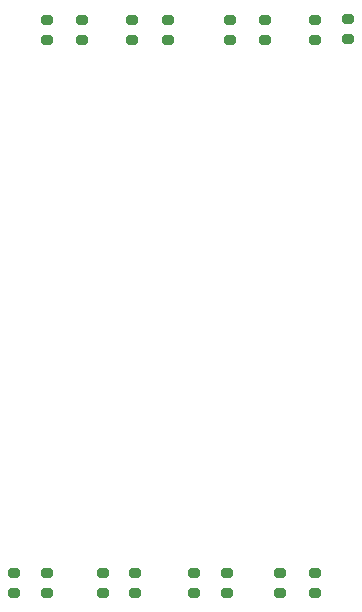
<source format=gbr>
%TF.GenerationSoftware,KiCad,Pcbnew,8.0.6*%
%TF.CreationDate,2024-11-18T08:59:04+03:30*%
%TF.ProjectId,DotMatrix,446f744d-6174-4726-9978-2e6b69636164,rev?*%
%TF.SameCoordinates,Original*%
%TF.FileFunction,Paste,Bot*%
%TF.FilePolarity,Positive*%
%FSLAX46Y46*%
G04 Gerber Fmt 4.6, Leading zero omitted, Abs format (unit mm)*
G04 Created by KiCad (PCBNEW 8.0.6) date 2024-11-18 08:59:04*
%MOMM*%
%LPD*%
G01*
G04 APERTURE LIST*
G04 Aperture macros list*
%AMRoundRect*
0 Rectangle with rounded corners*
0 $1 Rounding radius*
0 $2 $3 $4 $5 $6 $7 $8 $9 X,Y pos of 4 corners*
0 Add a 4 corners polygon primitive as box body*
4,1,4,$2,$3,$4,$5,$6,$7,$8,$9,$2,$3,0*
0 Add four circle primitives for the rounded corners*
1,1,$1+$1,$2,$3*
1,1,$1+$1,$4,$5*
1,1,$1+$1,$6,$7*
1,1,$1+$1,$8,$9*
0 Add four rect primitives between the rounded corners*
20,1,$1+$1,$2,$3,$4,$5,0*
20,1,$1+$1,$4,$5,$6,$7,0*
20,1,$1+$1,$6,$7,$8,$9,0*
20,1,$1+$1,$8,$9,$2,$3,0*%
G04 Aperture macros list end*
%ADD10RoundRect,0.200000X0.275000X-0.200000X0.275000X0.200000X-0.275000X0.200000X-0.275000X-0.200000X0*%
G04 APERTURE END LIST*
D10*
%TO.C,R4*%
X152250000Y-119650000D03*
X152250000Y-118000000D03*
%TD*%
%TO.C,R14*%
X148000000Y-72825000D03*
X148000000Y-71175000D03*
%TD*%
%TO.C,R8*%
X129500000Y-72825000D03*
X129500000Y-71175000D03*
%TD*%
%TO.C,R2*%
X137000000Y-119650000D03*
X137000000Y-118000000D03*
%TD*%
%TO.C,R1*%
X129500000Y-119650000D03*
X129500000Y-118000000D03*
%TD*%
%TO.C,R7*%
X136750000Y-72825000D03*
X136750000Y-71175000D03*
%TD*%
%TO.C,R3*%
X144750000Y-119650000D03*
X144750000Y-118000000D03*
%TD*%
%TO.C,R6*%
X145000000Y-72825000D03*
X145000000Y-71175000D03*
%TD*%
%TO.C,R16*%
X132500000Y-72825000D03*
X132500000Y-71175000D03*
%TD*%
%TO.C,R5*%
X152250000Y-72825000D03*
X152250000Y-71175000D03*
%TD*%
%TO.C,R15*%
X139750000Y-72825000D03*
X139750000Y-71175000D03*
%TD*%
%TO.C,R11*%
X142000000Y-119650000D03*
X142000000Y-118000000D03*
%TD*%
%TO.C,R12*%
X149250000Y-119650000D03*
X149250000Y-118000000D03*
%TD*%
%TO.C,R13*%
X155000000Y-72750000D03*
X155000000Y-71100000D03*
%TD*%
%TO.C,R9*%
X126750000Y-119650000D03*
X126750000Y-118000000D03*
%TD*%
%TO.C,R10*%
X134250000Y-119650000D03*
X134250000Y-118000000D03*
%TD*%
M02*

</source>
